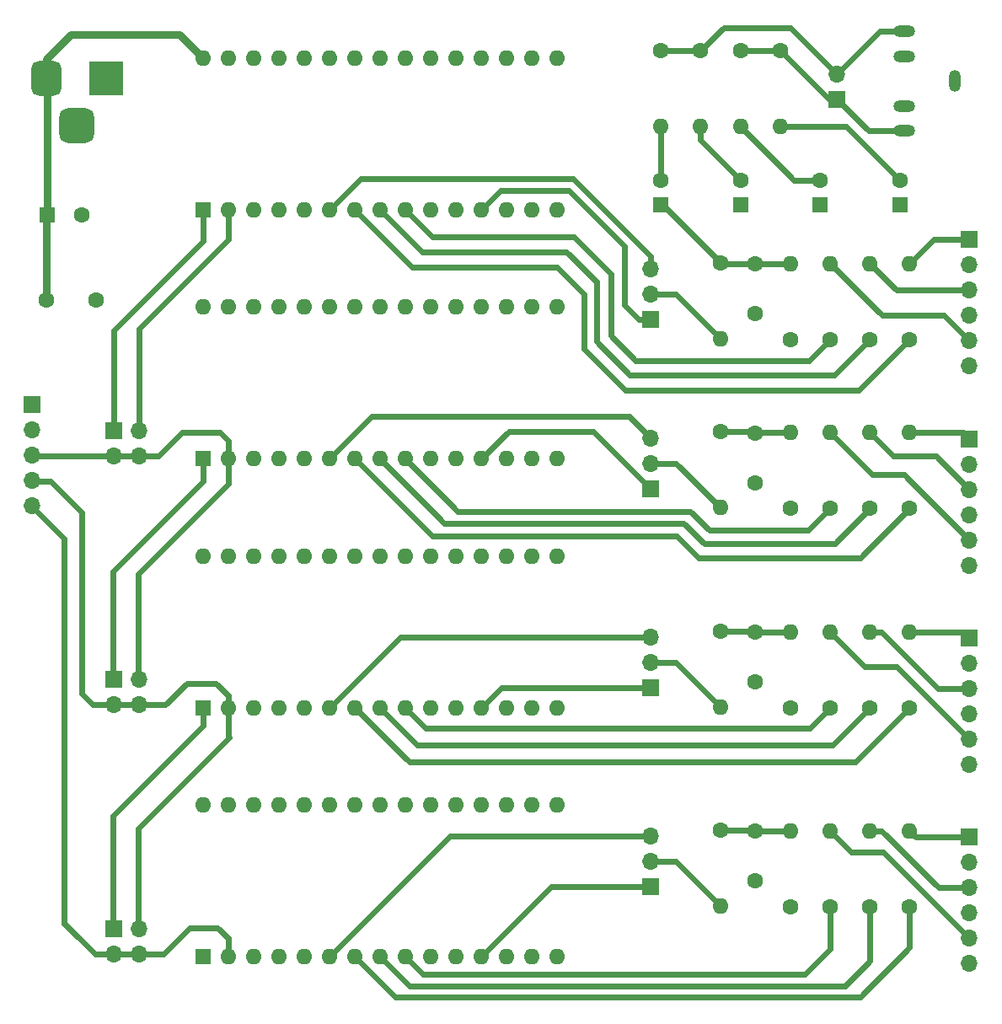
<source format=gbr>
%TF.GenerationSoftware,KiCad,Pcbnew,(6.0.5)*%
%TF.CreationDate,2022-10-27T12:03:09+01:00*%
%TF.ProjectId,NanoMultiTone,4e616e6f-4d75-46c7-9469-546f6e652e6b,rev?*%
%TF.SameCoordinates,Original*%
%TF.FileFunction,Copper,L1,Top*%
%TF.FilePolarity,Positive*%
%FSLAX46Y46*%
G04 Gerber Fmt 4.6, Leading zero omitted, Abs format (unit mm)*
G04 Created by KiCad (PCBNEW (6.0.5)) date 2022-10-27 12:03:09*
%MOMM*%
%LPD*%
G01*
G04 APERTURE LIST*
G04 Aperture macros list*
%AMRoundRect*
0 Rectangle with rounded corners*
0 $1 Rounding radius*
0 $2 $3 $4 $5 $6 $7 $8 $9 X,Y pos of 4 corners*
0 Add a 4 corners polygon primitive as box body*
4,1,4,$2,$3,$4,$5,$6,$7,$8,$9,$2,$3,0*
0 Add four circle primitives for the rounded corners*
1,1,$1+$1,$2,$3*
1,1,$1+$1,$4,$5*
1,1,$1+$1,$6,$7*
1,1,$1+$1,$8,$9*
0 Add four rect primitives between the rounded corners*
20,1,$1+$1,$2,$3,$4,$5,0*
20,1,$1+$1,$4,$5,$6,$7,0*
20,1,$1+$1,$6,$7,$8,$9,0*
20,1,$1+$1,$8,$9,$2,$3,0*%
G04 Aperture macros list end*
%TA.AperFunction,ComponentPad*%
%ADD10C,1.600000*%
%TD*%
%TA.AperFunction,ComponentPad*%
%ADD11O,1.600000X1.600000*%
%TD*%
%TA.AperFunction,ComponentPad*%
%ADD12R,1.700000X1.700000*%
%TD*%
%TA.AperFunction,ComponentPad*%
%ADD13O,1.700000X1.700000*%
%TD*%
%TA.AperFunction,ComponentPad*%
%ADD14R,3.500000X3.500000*%
%TD*%
%TA.AperFunction,ComponentPad*%
%ADD15RoundRect,0.750000X-0.750000X-1.000000X0.750000X-1.000000X0.750000X1.000000X-0.750000X1.000000X0*%
%TD*%
%TA.AperFunction,ComponentPad*%
%ADD16RoundRect,0.875000X-0.875000X-0.875000X0.875000X-0.875000X0.875000X0.875000X-0.875000X0.875000X0*%
%TD*%
%TA.AperFunction,ComponentPad*%
%ADD17R,1.600000X1.600000*%
%TD*%
%TA.AperFunction,ComponentPad*%
%ADD18O,2.200000X1.200000*%
%TD*%
%TA.AperFunction,ComponentPad*%
%ADD19O,1.200000X2.200000*%
%TD*%
%TA.AperFunction,Conductor*%
%ADD20C,0.600000*%
%TD*%
%TA.AperFunction,Conductor*%
%ADD21C,0.800000*%
%TD*%
G04 APERTURE END LIST*
D10*
%TO.P,R17,1*%
%TO.N,GND*%
X129000000Y-83000000D03*
D11*
%TO.P,R17,2*%
%TO.N,Net-(C3-Pad1)*%
X129000000Y-75380000D03*
%TD*%
D10*
%TO.P,R9,1*%
%TO.N,/C_TONE_3*%
X133000000Y-120000000D03*
D11*
%TO.P,R9,2*%
%TO.N,Net-(J8-Pad5)*%
X133000000Y-112380000D03*
%TD*%
D12*
%TO.P,J6,1,Pin_1*%
%TO.N,Net-(J6-Pad1)*%
X147000000Y-73000000D03*
D13*
%TO.P,J6,2,Pin_2*%
%TO.N,GND*%
X147000000Y-75540000D03*
%TO.P,J6,3,Pin_3*%
%TO.N,Net-(J6-Pad3)*%
X147000000Y-78080000D03*
%TO.P,J6,4,Pin_4*%
%TO.N,GND*%
X147000000Y-80620000D03*
%TO.P,J6,5,Pin_5*%
%TO.N,Net-(J6-Pad5)*%
X147000000Y-83160000D03*
%TO.P,J6,6,Pin_6*%
%TO.N,GND*%
X147000000Y-85700000D03*
%TD*%
D10*
%TO.P,R2,1*%
%TO.N,/A_TONE_2*%
X137000000Y-83000000D03*
D11*
%TO.P,R2,2*%
%TO.N,Net-(J6-Pad3)*%
X137000000Y-75380000D03*
%TD*%
D10*
%TO.P,R11,1*%
%TO.N,/D_TONE_2*%
X137000000Y-140000000D03*
D11*
%TO.P,R11,2*%
%TO.N,Net-(J9-Pad3)*%
X137000000Y-132380000D03*
%TD*%
D10*
%TO.P,R4,1*%
%TO.N,/B_TONE_1*%
X141000000Y-100000000D03*
D11*
%TO.P,R4,2*%
%TO.N,Net-(J7-Pad1)*%
X141000000Y-92380000D03*
%TD*%
D14*
%TO.P,J2,1*%
%TO.N,GND*%
X60300000Y-56812500D03*
D15*
%TO.P,J2,2*%
%TO.N,VDD*%
X54300000Y-56812500D03*
D16*
%TO.P,J2,3*%
%TO.N,N/C*%
X57300000Y-61512500D03*
%TD*%
D10*
%TO.P,R7,1*%
%TO.N,/C_TONE_1*%
X141000000Y-120000000D03*
D11*
%TO.P,R7,2*%
%TO.N,Net-(J8-Pad1)*%
X141000000Y-112380000D03*
%TD*%
D10*
%TO.P,R1,1*%
%TO.N,/A_TONE_1*%
X141000000Y-83000000D03*
D11*
%TO.P,R1,2*%
%TO.N,Net-(J6-Pad1)*%
X141000000Y-75380000D03*
%TD*%
D10*
%TO.P,R13,1*%
%TO.N,Net-(C3-Pad1)*%
X122000000Y-75300000D03*
D11*
%TO.P,R13,2*%
%TO.N,Net-(J10-Pad2)*%
X122000000Y-82920000D03*
%TD*%
D10*
%TO.P,R12,1*%
%TO.N,/D_TONE_3*%
X133000000Y-140000000D03*
D11*
%TO.P,R12,2*%
%TO.N,Net-(J9-Pad5)*%
X133000000Y-132380000D03*
%TD*%
D12*
%TO.P,J3,1,Pin_1*%
%TO.N,/A_TX*%
X61000000Y-92145000D03*
D13*
%TO.P,J3,2,Pin_2*%
%TO.N,/A_RX*%
X63540000Y-92145000D03*
%TO.P,J3,3,Pin_3*%
%TO.N,/B_RX*%
X61000000Y-94685000D03*
%TO.P,J3,4,Pin_4*%
X63540000Y-94685000D03*
%TD*%
D12*
%TO.P,J11,1,Pin_1*%
%TO.N,/B_PWM_2*%
X115000000Y-98000000D03*
D13*
%TO.P,J11,2,Pin_2*%
%TO.N,Net-(J11-Pad2)*%
X115000000Y-95460000D03*
%TO.P,J11,3,Pin_3*%
%TO.N,/B_PWM_1*%
X115000000Y-92920000D03*
%TD*%
D10*
%TO.P,R20,1*%
%TO.N,GND*%
X129000000Y-140000000D03*
D11*
%TO.P,R20,2*%
%TO.N,Net-(C10-Pad1)*%
X129000000Y-132380000D03*
%TD*%
D17*
%TO.P,C1,1*%
%TO.N,VDD*%
X54337349Y-70540000D03*
D10*
%TO.P,C1,2*%
%TO.N,GND*%
X57837349Y-70540000D03*
%TD*%
%TO.P,R6,1*%
%TO.N,/B_TONE_3*%
X133000000Y-100000000D03*
D11*
%TO.P,R6,2*%
%TO.N,Net-(J7-Pad5)*%
X133000000Y-92380000D03*
%TD*%
D10*
%TO.P,R21,1*%
%TO.N,Net-(J14-Pad2)*%
X116000000Y-54000000D03*
D11*
%TO.P,R21,2*%
%TO.N,/A_AU*%
X116000000Y-61620000D03*
%TD*%
D18*
%TO.P,J15,R*%
%TO.N,Net-(J14-Pad1)*%
X140490000Y-62080000D03*
%TO.P,J15,RN*%
%TO.N,N/C*%
X140490000Y-59580000D03*
D19*
%TO.P,J15,S*%
%TO.N,GND*%
X145490000Y-57080000D03*
D18*
%TO.P,J15,T*%
%TO.N,Net-(J14-Pad2)*%
X140490000Y-52080000D03*
%TO.P,J15,TN*%
%TO.N,N/C*%
X140490000Y-54580000D03*
%TD*%
D10*
%TO.P,R3,1*%
%TO.N,/A_TONE_3*%
X133000000Y-83000000D03*
D11*
%TO.P,R3,2*%
%TO.N,Net-(J6-Pad5)*%
X133000000Y-75380000D03*
%TD*%
D17*
%TO.P,C8,1*%
%TO.N,Net-(C4-Pad1)*%
X124000000Y-69500000D03*
D10*
%TO.P,C8,2*%
%TO.N,/B_AU*%
X124000000Y-67000000D03*
%TD*%
%TO.P,R14,1*%
%TO.N,Net-(C4-Pad1)*%
X122000000Y-92300000D03*
D11*
%TO.P,R14,2*%
%TO.N,Net-(J11-Pad2)*%
X122000000Y-99920000D03*
%TD*%
D12*
%TO.P,J5,1,Pin_1*%
%TO.N,/C_TX*%
X61000000Y-142245000D03*
D13*
%TO.P,J5,2,Pin_2*%
%TO.N,/C_RX*%
X63540000Y-142245000D03*
%TO.P,J5,3,Pin_3*%
%TO.N,/D_RX*%
X61000000Y-144785000D03*
%TO.P,J5,4,Pin_4*%
X63540000Y-144785000D03*
%TD*%
D10*
%TO.P,R22,1*%
%TO.N,Net-(J14-Pad2)*%
X120000000Y-54000000D03*
D11*
%TO.P,R22,2*%
%TO.N,/B_AU*%
X120000000Y-61620000D03*
%TD*%
D10*
%TO.P,C3,1*%
%TO.N,Net-(C3-Pad1)*%
X125500000Y-75400000D03*
%TO.P,C3,2*%
%TO.N,GND*%
X125500000Y-80400000D03*
%TD*%
D17*
%TO.P,C9,1*%
%TO.N,Net-(C5-Pad1)*%
X132000000Y-69500000D03*
D10*
%TO.P,C9,2*%
%TO.N,/C_AU*%
X132000000Y-67000000D03*
%TD*%
%TO.P,R15,1*%
%TO.N,Net-(C5-Pad1)*%
X122000000Y-112300000D03*
D11*
%TO.P,R15,2*%
%TO.N,Net-(J12-Pad2)*%
X122000000Y-119920000D03*
%TD*%
D10*
%TO.P,R8,1*%
%TO.N,/C_TONE_2*%
X137000000Y-120000000D03*
D11*
%TO.P,R8,2*%
%TO.N,Net-(J8-Pad3)*%
X137000000Y-112380000D03*
%TD*%
D10*
%TO.P,R10,1*%
%TO.N,/D_TONE_1*%
X141000000Y-140000000D03*
D11*
%TO.P,R10,2*%
%TO.N,Net-(J9-Pad1)*%
X141000000Y-132380000D03*
%TD*%
D10*
%TO.P,R5,1*%
%TO.N,/B_TONE_2*%
X137000000Y-100000000D03*
D11*
%TO.P,R5,2*%
%TO.N,Net-(J7-Pad3)*%
X137000000Y-92380000D03*
%TD*%
D10*
%TO.P,C4,1*%
%TO.N,Net-(C4-Pad1)*%
X125500000Y-92400000D03*
%TO.P,C4,2*%
%TO.N,GND*%
X125500000Y-97400000D03*
%TD*%
D17*
%TO.P,C7,1*%
%TO.N,Net-(C3-Pad1)*%
X116000000Y-69500000D03*
D10*
%TO.P,C7,2*%
%TO.N,/A_AU*%
X116000000Y-67000000D03*
%TD*%
D12*
%TO.P,J10,1,Pin_1*%
%TO.N,/A_PWM_2*%
X115000000Y-81000000D03*
D13*
%TO.P,J10,2,Pin_2*%
%TO.N,Net-(J10-Pad2)*%
X115000000Y-78460000D03*
%TO.P,J10,3,Pin_3*%
%TO.N,/A_PWM_1*%
X115000000Y-75920000D03*
%TD*%
D17*
%TO.P,A3,1,D1/TX*%
%TO.N,/C_TX*%
X70000000Y-120000000D03*
D11*
%TO.P,A3,2,D0/RX*%
%TO.N,/C_RX*%
X72540000Y-120000000D03*
%TO.P,A3,3,~{RESET}*%
%TO.N,unconnected-(A3-Pad3)*%
X75080000Y-120000000D03*
%TO.P,A3,4,GND*%
%TO.N,GND*%
X77620000Y-120000000D03*
%TO.P,A3,5,D2*%
%TO.N,unconnected-(A3-Pad5)*%
X80160000Y-120000000D03*
%TO.P,A3,6,D3*%
%TO.N,/C_PWM_1*%
X82700000Y-120000000D03*
%TO.P,A3,7,D4*%
%TO.N,/C_TONE_1*%
X85240000Y-120000000D03*
%TO.P,A3,8,D5*%
%TO.N,/C_TONE_2*%
X87780000Y-120000000D03*
%TO.P,A3,9,D6*%
%TO.N,/C_TONE_3*%
X90320000Y-120000000D03*
%TO.P,A3,10,D7*%
%TO.N,unconnected-(A3-Pad10)*%
X92860000Y-120000000D03*
%TO.P,A3,11,D8*%
%TO.N,unconnected-(A3-Pad11)*%
X95400000Y-120000000D03*
%TO.P,A3,12,D9*%
%TO.N,/C_PWM_2*%
X97940000Y-120000000D03*
%TO.P,A3,13,D10*%
%TO.N,unconnected-(A3-Pad13)*%
X100480000Y-120000000D03*
%TO.P,A3,14,D11*%
%TO.N,unconnected-(A3-Pad14)*%
X103020000Y-120000000D03*
%TO.P,A3,15,D12*%
%TO.N,unconnected-(A3-Pad15)*%
X105560000Y-120000000D03*
%TO.P,A3,16,D13*%
%TO.N,unconnected-(A3-Pad16)*%
X105560000Y-104760000D03*
%TO.P,A3,17,3V3*%
%TO.N,unconnected-(A3-Pad17)*%
X103020000Y-104760000D03*
%TO.P,A3,18,AREF*%
%TO.N,unconnected-(A3-Pad18)*%
X100480000Y-104760000D03*
%TO.P,A3,19,A0*%
%TO.N,unconnected-(A3-Pad19)*%
X97940000Y-104760000D03*
%TO.P,A3,20,A1*%
%TO.N,unconnected-(A3-Pad20)*%
X95400000Y-104760000D03*
%TO.P,A3,21,A2*%
%TO.N,unconnected-(A3-Pad21)*%
X92860000Y-104760000D03*
%TO.P,A3,22,A3*%
%TO.N,unconnected-(A3-Pad22)*%
X90320000Y-104760000D03*
%TO.P,A3,23,A4*%
%TO.N,unconnected-(A3-Pad23)*%
X87780000Y-104760000D03*
%TO.P,A3,24,A5*%
%TO.N,unconnected-(A3-Pad24)*%
X85240000Y-104760000D03*
%TO.P,A3,25,A6*%
%TO.N,unconnected-(A3-Pad25)*%
X82700000Y-104760000D03*
%TO.P,A3,26,A7*%
%TO.N,unconnected-(A3-Pad26)*%
X80160000Y-104760000D03*
%TO.P,A3,27,+5V*%
%TO.N,unconnected-(A3-Pad27)*%
X77620000Y-104760000D03*
%TO.P,A3,28,~{RESET}*%
%TO.N,unconnected-(A3-Pad28)*%
X75080000Y-104760000D03*
%TO.P,A3,29,GND*%
%TO.N,GND*%
X72540000Y-104760000D03*
%TO.P,A3,30,VIN*%
%TO.N,VDD*%
X70000000Y-104760000D03*
%TD*%
D17*
%TO.P,C10,1*%
%TO.N,Net-(C10-Pad1)*%
X140000000Y-69500000D03*
D10*
%TO.P,C10,2*%
%TO.N,/D_AU*%
X140000000Y-67000000D03*
%TD*%
D12*
%TO.P,J1,1,Pin_1*%
%TO.N,GND*%
X52850000Y-89585000D03*
D13*
%TO.P,J1,2,Pin_2*%
%TO.N,/A_RX*%
X52850000Y-92125000D03*
%TO.P,J1,3,Pin_3*%
%TO.N,/B_RX*%
X52850000Y-94665000D03*
%TO.P,J1,4,Pin_4*%
%TO.N,/C_RX*%
X52850000Y-97205000D03*
%TO.P,J1,5,Pin_5*%
%TO.N,/D_RX*%
X52850000Y-99745000D03*
%TD*%
D12*
%TO.P,J8,1,Pin_1*%
%TO.N,Net-(J8-Pad1)*%
X147000000Y-113000000D03*
D13*
%TO.P,J8,2,Pin_2*%
%TO.N,GND*%
X147000000Y-115540000D03*
%TO.P,J8,3,Pin_3*%
%TO.N,Net-(J8-Pad3)*%
X147000000Y-118080000D03*
%TO.P,J8,4,Pin_4*%
%TO.N,GND*%
X147000000Y-120620000D03*
%TO.P,J8,5,Pin_5*%
%TO.N,Net-(J8-Pad5)*%
X147000000Y-123160000D03*
%TO.P,J8,6,Pin_6*%
%TO.N,GND*%
X147000000Y-125700000D03*
%TD*%
D12*
%TO.P,J12,1,Pin_1*%
%TO.N,/C_PWM_2*%
X115000000Y-118000000D03*
D13*
%TO.P,J12,2,Pin_2*%
%TO.N,Net-(J12-Pad2)*%
X115000000Y-115460000D03*
%TO.P,J12,3,Pin_3*%
%TO.N,/C_PWM_1*%
X115000000Y-112920000D03*
%TD*%
D12*
%TO.P,J7,1,Pin_1*%
%TO.N,Net-(J7-Pad1)*%
X147000000Y-93000000D03*
D13*
%TO.P,J7,2,Pin_2*%
%TO.N,GND*%
X147000000Y-95540000D03*
%TO.P,J7,3,Pin_3*%
%TO.N,Net-(J7-Pad3)*%
X147000000Y-98080000D03*
%TO.P,J7,4,Pin_4*%
%TO.N,GND*%
X147000000Y-100620000D03*
%TO.P,J7,5,Pin_5*%
%TO.N,Net-(J7-Pad5)*%
X147000000Y-103160000D03*
%TO.P,J7,6,Pin_6*%
%TO.N,GND*%
X147000000Y-105700000D03*
%TD*%
D17*
%TO.P,A1,1,D1/TX*%
%TO.N,/A_TX*%
X70000000Y-70000000D03*
D11*
%TO.P,A1,2,D0/RX*%
%TO.N,/A_RX*%
X72540000Y-70000000D03*
%TO.P,A1,3,~{RESET}*%
%TO.N,unconnected-(A1-Pad3)*%
X75080000Y-70000000D03*
%TO.P,A1,4,GND*%
%TO.N,GND*%
X77620000Y-70000000D03*
%TO.P,A1,5,D2*%
%TO.N,unconnected-(A1-Pad5)*%
X80160000Y-70000000D03*
%TO.P,A1,6,D3*%
%TO.N,/A_PWM_1*%
X82700000Y-70000000D03*
%TO.P,A1,7,D4*%
%TO.N,/A_TONE_1*%
X85240000Y-70000000D03*
%TO.P,A1,8,D5*%
%TO.N,/A_TONE_2*%
X87780000Y-70000000D03*
%TO.P,A1,9,D6*%
%TO.N,/A_TONE_3*%
X90320000Y-70000000D03*
%TO.P,A1,10,D7*%
%TO.N,unconnected-(A1-Pad10)*%
X92860000Y-70000000D03*
%TO.P,A1,11,D8*%
%TO.N,unconnected-(A1-Pad11)*%
X95400000Y-70000000D03*
%TO.P,A1,12,D9*%
%TO.N,/A_PWM_2*%
X97940000Y-70000000D03*
%TO.P,A1,13,D10*%
%TO.N,unconnected-(A1-Pad13)*%
X100480000Y-70000000D03*
%TO.P,A1,14,D11*%
%TO.N,unconnected-(A1-Pad14)*%
X103020000Y-70000000D03*
%TO.P,A1,15,D12*%
%TO.N,unconnected-(A1-Pad15)*%
X105560000Y-70000000D03*
%TO.P,A1,16,D13*%
%TO.N,unconnected-(A1-Pad16)*%
X105560000Y-54760000D03*
%TO.P,A1,17,3V3*%
%TO.N,unconnected-(A1-Pad17)*%
X103020000Y-54760000D03*
%TO.P,A1,18,AREF*%
%TO.N,unconnected-(A1-Pad18)*%
X100480000Y-54760000D03*
%TO.P,A1,19,A0*%
%TO.N,unconnected-(A1-Pad19)*%
X97940000Y-54760000D03*
%TO.P,A1,20,A1*%
%TO.N,unconnected-(A1-Pad20)*%
X95400000Y-54760000D03*
%TO.P,A1,21,A2*%
%TO.N,unconnected-(A1-Pad21)*%
X92860000Y-54760000D03*
%TO.P,A1,22,A3*%
%TO.N,unconnected-(A1-Pad22)*%
X90320000Y-54760000D03*
%TO.P,A1,23,A4*%
%TO.N,unconnected-(A1-Pad23)*%
X87780000Y-54760000D03*
%TO.P,A1,24,A5*%
%TO.N,unconnected-(A1-Pad24)*%
X85240000Y-54760000D03*
%TO.P,A1,25,A6*%
%TO.N,unconnected-(A1-Pad25)*%
X82700000Y-54760000D03*
%TO.P,A1,26,A7*%
%TO.N,unconnected-(A1-Pad26)*%
X80160000Y-54760000D03*
%TO.P,A1,27,+5V*%
%TO.N,unconnected-(A1-Pad27)*%
X77620000Y-54760000D03*
%TO.P,A1,28,~{RESET}*%
%TO.N,unconnected-(A1-Pad28)*%
X75080000Y-54760000D03*
%TO.P,A1,29,GND*%
%TO.N,GND*%
X72540000Y-54760000D03*
%TO.P,A1,30,VIN*%
%TO.N,VDD*%
X70000000Y-54760000D03*
%TD*%
D17*
%TO.P,A2,1,D1/TX*%
%TO.N,/B_TX*%
X70000000Y-95000000D03*
D11*
%TO.P,A2,2,D0/RX*%
%TO.N,/B_RX*%
X72540000Y-95000000D03*
%TO.P,A2,3,~{RESET}*%
%TO.N,unconnected-(A2-Pad3)*%
X75080000Y-95000000D03*
%TO.P,A2,4,GND*%
%TO.N,GND*%
X77620000Y-95000000D03*
%TO.P,A2,5,D2*%
%TO.N,unconnected-(A2-Pad5)*%
X80160000Y-95000000D03*
%TO.P,A2,6,D3*%
%TO.N,/B_PWM_1*%
X82700000Y-95000000D03*
%TO.P,A2,7,D4*%
%TO.N,/B_TONE_1*%
X85240000Y-95000000D03*
%TO.P,A2,8,D5*%
%TO.N,/B_TONE_2*%
X87780000Y-95000000D03*
%TO.P,A2,9,D6*%
%TO.N,/B_TONE_3*%
X90320000Y-95000000D03*
%TO.P,A2,10,D7*%
%TO.N,unconnected-(A2-Pad10)*%
X92860000Y-95000000D03*
%TO.P,A2,11,D8*%
%TO.N,unconnected-(A2-Pad11)*%
X95400000Y-95000000D03*
%TO.P,A2,12,D9*%
%TO.N,/B_PWM_2*%
X97940000Y-95000000D03*
%TO.P,A2,13,D10*%
%TO.N,unconnected-(A2-Pad13)*%
X100480000Y-95000000D03*
%TO.P,A2,14,D11*%
%TO.N,unconnected-(A2-Pad14)*%
X103020000Y-95000000D03*
%TO.P,A2,15,D12*%
%TO.N,unconnected-(A2-Pad15)*%
X105560000Y-95000000D03*
%TO.P,A2,16,D13*%
%TO.N,unconnected-(A2-Pad16)*%
X105560000Y-79760000D03*
%TO.P,A2,17,3V3*%
%TO.N,unconnected-(A2-Pad17)*%
X103020000Y-79760000D03*
%TO.P,A2,18,AREF*%
%TO.N,unconnected-(A2-Pad18)*%
X100480000Y-79760000D03*
%TO.P,A2,19,A0*%
%TO.N,unconnected-(A2-Pad19)*%
X97940000Y-79760000D03*
%TO.P,A2,20,A1*%
%TO.N,unconnected-(A2-Pad20)*%
X95400000Y-79760000D03*
%TO.P,A2,21,A2*%
%TO.N,unconnected-(A2-Pad21)*%
X92860000Y-79760000D03*
%TO.P,A2,22,A3*%
%TO.N,unconnected-(A2-Pad22)*%
X90320000Y-79760000D03*
%TO.P,A2,23,A4*%
%TO.N,unconnected-(A2-Pad23)*%
X87780000Y-79760000D03*
%TO.P,A2,24,A5*%
%TO.N,unconnected-(A2-Pad24)*%
X85240000Y-79760000D03*
%TO.P,A2,25,A6*%
%TO.N,unconnected-(A2-Pad25)*%
X82700000Y-79760000D03*
%TO.P,A2,26,A7*%
%TO.N,unconnected-(A2-Pad26)*%
X80160000Y-79760000D03*
%TO.P,A2,27,+5V*%
%TO.N,unconnected-(A2-Pad27)*%
X77620000Y-79760000D03*
%TO.P,A2,28,~{RESET}*%
%TO.N,unconnected-(A2-Pad28)*%
X75080000Y-79760000D03*
%TO.P,A2,29,GND*%
%TO.N,GND*%
X72540000Y-79760000D03*
%TO.P,A2,30,VIN*%
%TO.N,VDD*%
X70000000Y-79760000D03*
%TD*%
D10*
%TO.P,C6,1*%
%TO.N,Net-(C10-Pad1)*%
X125500000Y-132400000D03*
%TO.P,C6,2*%
%TO.N,GND*%
X125500000Y-137400000D03*
%TD*%
D17*
%TO.P,A4,1,D1/TX*%
%TO.N,/D_TX*%
X70000000Y-145000000D03*
D11*
%TO.P,A4,2,D0/RX*%
%TO.N,/D_RX*%
X72540000Y-145000000D03*
%TO.P,A4,3,~{RESET}*%
%TO.N,unconnected-(A4-Pad3)*%
X75080000Y-145000000D03*
%TO.P,A4,4,GND*%
%TO.N,GND*%
X77620000Y-145000000D03*
%TO.P,A4,5,D2*%
%TO.N,unconnected-(A4-Pad5)*%
X80160000Y-145000000D03*
%TO.P,A4,6,D3*%
%TO.N,/D_PWM_1*%
X82700000Y-145000000D03*
%TO.P,A4,7,D4*%
%TO.N,/D_TONE_1*%
X85240000Y-145000000D03*
%TO.P,A4,8,D5*%
%TO.N,/D_TONE_2*%
X87780000Y-145000000D03*
%TO.P,A4,9,D6*%
%TO.N,/D_TONE_3*%
X90320000Y-145000000D03*
%TO.P,A4,10,D7*%
%TO.N,unconnected-(A4-Pad10)*%
X92860000Y-145000000D03*
%TO.P,A4,11,D8*%
%TO.N,unconnected-(A4-Pad11)*%
X95400000Y-145000000D03*
%TO.P,A4,12,D9*%
%TO.N,/D_PWM_2*%
X97940000Y-145000000D03*
%TO.P,A4,13,D10*%
%TO.N,unconnected-(A4-Pad13)*%
X100480000Y-145000000D03*
%TO.P,A4,14,D11*%
%TO.N,unconnected-(A4-Pad14)*%
X103020000Y-145000000D03*
%TO.P,A4,15,D12*%
%TO.N,unconnected-(A4-Pad15)*%
X105560000Y-145000000D03*
%TO.P,A4,16,D13*%
%TO.N,unconnected-(A4-Pad16)*%
X105560000Y-129760000D03*
%TO.P,A4,17,3V3*%
%TO.N,unconnected-(A4-Pad17)*%
X103020000Y-129760000D03*
%TO.P,A4,18,AREF*%
%TO.N,unconnected-(A4-Pad18)*%
X100480000Y-129760000D03*
%TO.P,A4,19,A0*%
%TO.N,unconnected-(A4-Pad19)*%
X97940000Y-129760000D03*
%TO.P,A4,20,A1*%
%TO.N,unconnected-(A4-Pad20)*%
X95400000Y-129760000D03*
%TO.P,A4,21,A2*%
%TO.N,unconnected-(A4-Pad21)*%
X92860000Y-129760000D03*
%TO.P,A4,22,A3*%
%TO.N,unconnected-(A4-Pad22)*%
X90320000Y-129760000D03*
%TO.P,A4,23,A4*%
%TO.N,unconnected-(A4-Pad23)*%
X87780000Y-129760000D03*
%TO.P,A4,24,A5*%
%TO.N,unconnected-(A4-Pad24)*%
X85240000Y-129760000D03*
%TO.P,A4,25,A6*%
%TO.N,unconnected-(A4-Pad25)*%
X82700000Y-129760000D03*
%TO.P,A4,26,A7*%
%TO.N,unconnected-(A4-Pad26)*%
X80160000Y-129760000D03*
%TO.P,A4,27,+5V*%
%TO.N,unconnected-(A4-Pad27)*%
X77620000Y-129760000D03*
%TO.P,A4,28,~{RESET}*%
%TO.N,unconnected-(A4-Pad28)*%
X75080000Y-129760000D03*
%TO.P,A4,29,GND*%
%TO.N,GND*%
X72540000Y-129760000D03*
%TO.P,A4,30,VIN*%
%TO.N,VDD*%
X70000000Y-129760000D03*
%TD*%
D12*
%TO.P,J9,1,Pin_1*%
%TO.N,Net-(J9-Pad1)*%
X147000000Y-133000000D03*
D13*
%TO.P,J9,2,Pin_2*%
%TO.N,GND*%
X147000000Y-135540000D03*
%TO.P,J9,3,Pin_3*%
%TO.N,Net-(J9-Pad3)*%
X147000000Y-138080000D03*
%TO.P,J9,4,Pin_4*%
%TO.N,GND*%
X147000000Y-140620000D03*
%TO.P,J9,5,Pin_5*%
%TO.N,Net-(J9-Pad5)*%
X147000000Y-143160000D03*
%TO.P,J9,6,Pin_6*%
%TO.N,GND*%
X147000000Y-145700000D03*
%TD*%
D12*
%TO.P,J13,1,Pin_1*%
%TO.N,/D_PWM_2*%
X115000000Y-138000000D03*
D13*
%TO.P,J13,2,Pin_2*%
%TO.N,Net-(J13-Pad2)*%
X115000000Y-135460000D03*
%TO.P,J13,3,Pin_3*%
%TO.N,/D_PWM_1*%
X115000000Y-132920000D03*
%TD*%
D12*
%TO.P,J4,1,Pin_1*%
%TO.N,/B_TX*%
X61000000Y-117185000D03*
D13*
%TO.P,J4,2,Pin_2*%
%TO.N,/B_RX*%
X63540000Y-117185000D03*
%TO.P,J4,3,Pin_3*%
%TO.N,/C_RX*%
X61000000Y-119725000D03*
%TO.P,J4,4,Pin_4*%
X63540000Y-119725000D03*
%TD*%
D10*
%TO.P,R18,1*%
%TO.N,GND*%
X129000000Y-100000000D03*
D11*
%TO.P,R18,2*%
%TO.N,Net-(C4-Pad1)*%
X129000000Y-92380000D03*
%TD*%
D10*
%TO.P,R16,1*%
%TO.N,Net-(C10-Pad1)*%
X122000000Y-132300000D03*
D11*
%TO.P,R16,2*%
%TO.N,Net-(J13-Pad2)*%
X122000000Y-139920000D03*
%TD*%
D10*
%TO.P,R19,1*%
%TO.N,GND*%
X129000000Y-120000000D03*
D11*
%TO.P,R19,2*%
%TO.N,Net-(C5-Pad1)*%
X129000000Y-112380000D03*
%TD*%
D10*
%TO.P,C5,1*%
%TO.N,Net-(C5-Pad1)*%
X125500000Y-112400000D03*
%TO.P,C5,2*%
%TO.N,GND*%
X125500000Y-117400000D03*
%TD*%
%TO.P,R23,1*%
%TO.N,Net-(J14-Pad1)*%
X124000000Y-54000000D03*
D11*
%TO.P,R23,2*%
%TO.N,/C_AU*%
X124000000Y-61620000D03*
%TD*%
D10*
%TO.P,R24,1*%
%TO.N,Net-(J14-Pad1)*%
X128000000Y-54000000D03*
D11*
%TO.P,R24,2*%
%TO.N,/D_AU*%
X128000000Y-61620000D03*
%TD*%
D10*
%TO.P,C2,1*%
%TO.N,VDD*%
X54280000Y-79080000D03*
%TO.P,C2,2*%
%TO.N,GND*%
X59280000Y-79080000D03*
%TD*%
D12*
%TO.P,J14,1,Pin_1*%
%TO.N,Net-(J14-Pad1)*%
X133710000Y-58925000D03*
D13*
%TO.P,J14,2,Pin_2*%
%TO.N,Net-(J14-Pad2)*%
X133710000Y-56385000D03*
%TD*%
D20*
%TO.N,/A_TX*%
X70000000Y-73090000D02*
X70000000Y-70000000D01*
X61035000Y-92145000D02*
X61035000Y-82095000D01*
X70020000Y-73110000D02*
X70000000Y-73090000D01*
X61035000Y-82095000D02*
X70020000Y-73110000D01*
%TO.N,/A_RX*%
X63575000Y-81945000D02*
X72540000Y-72980000D01*
X63575000Y-92145000D02*
X63575000Y-81945000D01*
X72540000Y-72980000D02*
X72540000Y-70000000D01*
%TO.N,/A_PWM_1*%
X107200000Y-66830000D02*
X115000000Y-74630000D01*
X85870000Y-66830000D02*
X107200000Y-66830000D01*
X82700000Y-70000000D02*
X85870000Y-66830000D01*
X115000000Y-74630000D02*
X115000000Y-75920000D01*
%TO.N,/A_TONE_1*%
X135910000Y-88090000D02*
X141000000Y-83000000D01*
X112390000Y-88090000D02*
X135910000Y-88090000D01*
X105550000Y-75760000D02*
X108290000Y-78500000D01*
X91000000Y-75760000D02*
X105550000Y-75760000D01*
X85240000Y-70000000D02*
X91000000Y-75760000D01*
X108290000Y-78500000D02*
X108290000Y-83990000D01*
X108290000Y-83990000D02*
X112390000Y-88090000D01*
%TO.N,/A_TONE_2*%
X91990000Y-74210000D02*
X106540000Y-74210000D01*
X109540000Y-83250000D02*
X112880000Y-86590000D01*
X112880000Y-86590000D02*
X133410000Y-86590000D01*
X106540000Y-74210000D02*
X109540000Y-77210000D01*
X133410000Y-86590000D02*
X137000000Y-83000000D01*
X109540000Y-77210000D02*
X109540000Y-83250000D01*
X87780000Y-70000000D02*
X91990000Y-74210000D01*
%TO.N,/A_TONE_3*%
X90320000Y-70000000D02*
X93030000Y-72710000D01*
X130860000Y-85140000D02*
X133000000Y-83000000D01*
X110990000Y-76410000D02*
X110990000Y-82650000D01*
X110990000Y-82650000D02*
X113480000Y-85140000D01*
X107290000Y-72710000D02*
X110990000Y-76410000D01*
X113480000Y-85140000D02*
X130860000Y-85140000D01*
X93030000Y-72710000D02*
X107290000Y-72710000D01*
%TO.N,/A_PWM_2*%
X97940000Y-70000000D02*
X99870000Y-68070000D01*
X112340000Y-73660000D02*
X112340000Y-79550000D01*
X99870000Y-68070000D02*
X106750000Y-68070000D01*
X112340000Y-79550000D02*
X113790000Y-81000000D01*
X113790000Y-81000000D02*
X115000000Y-81000000D01*
X106750000Y-68070000D02*
X112340000Y-73660000D01*
%TO.N,/B_TX*%
X60965000Y-106325000D02*
X70000000Y-97290000D01*
X60965000Y-117185000D02*
X60965000Y-106325000D01*
X70000000Y-97290000D02*
X70000000Y-95000000D01*
%TO.N,/B_RX*%
X72540000Y-97520000D02*
X72540000Y-95000000D01*
X61010000Y-94710000D02*
X61035000Y-94685000D01*
X63575000Y-94685000D02*
X65495000Y-94685000D01*
X67850000Y-92330000D02*
X71660000Y-92330000D01*
X63505000Y-117185000D02*
X63505000Y-106555000D01*
X63505000Y-106555000D02*
X72540000Y-97520000D01*
X52820000Y-94710000D02*
X61010000Y-94710000D01*
X65495000Y-94685000D02*
X67850000Y-92330000D01*
X72540000Y-93210000D02*
X72540000Y-95000000D01*
X71660000Y-92330000D02*
X72540000Y-93210000D01*
X61035000Y-94685000D02*
X63575000Y-94685000D01*
%TO.N,/B_PWM_1*%
X112820000Y-90740000D02*
X86960000Y-90740000D01*
X115000000Y-92920000D02*
X112820000Y-90740000D01*
X86960000Y-90740000D02*
X82700000Y-95000000D01*
%TO.N,/B_TONE_1*%
X119790000Y-104980000D02*
X117580000Y-102770000D01*
X141000000Y-100000000D02*
X136020000Y-104980000D01*
X136020000Y-104980000D02*
X119790000Y-104980000D01*
X93010000Y-102770000D02*
X85240000Y-95000000D01*
X117580000Y-102770000D02*
X93010000Y-102770000D01*
%TO.N,/B_TONE_2*%
X120350000Y-103520000D02*
X133480000Y-103520000D01*
X133480000Y-103520000D02*
X137000000Y-100000000D01*
X87780000Y-95000000D02*
X94250000Y-101470000D01*
X118300000Y-101470000D02*
X120350000Y-103520000D01*
X94250000Y-101470000D02*
X118300000Y-101470000D01*
%TO.N,/B_TONE_3*%
X118970000Y-100270000D02*
X120880000Y-102180000D01*
X120880000Y-102180000D02*
X130820000Y-102180000D01*
X130820000Y-102180000D02*
X133000000Y-100000000D01*
X90320000Y-95000000D02*
X95590000Y-100270000D01*
X95590000Y-100270000D02*
X118970000Y-100270000D01*
%TO.N,/B_PWM_2*%
X97940000Y-95000000D02*
X100700000Y-92240000D01*
X100700000Y-92240000D02*
X109240000Y-92240000D01*
X109240000Y-92240000D02*
X115000000Y-98000000D01*
%TO.N,/C_TX*%
X60985000Y-130855000D02*
X70000000Y-121840000D01*
X60985000Y-142245000D02*
X60985000Y-130855000D01*
X70000000Y-121840000D02*
X70000000Y-120000000D01*
%TO.N,/C_RX*%
X72540000Y-122920000D02*
X72540000Y-120000000D01*
X72540000Y-118810000D02*
X72540000Y-120000000D01*
X71290000Y-117560000D02*
X72540000Y-118810000D01*
X66205000Y-119725000D02*
X68370000Y-117560000D01*
X58905000Y-119725000D02*
X60965000Y-119725000D01*
X60965000Y-119725000D02*
X63505000Y-119725000D01*
X63505000Y-119725000D02*
X66205000Y-119725000D01*
X54710000Y-97250000D02*
X57820000Y-100360000D01*
X72640000Y-123020000D02*
X72540000Y-122920000D01*
X68370000Y-117560000D02*
X71290000Y-117560000D01*
X63525000Y-142245000D02*
X63525000Y-132135000D01*
X57820000Y-100360000D02*
X57820000Y-118640000D01*
X63525000Y-132135000D02*
X72640000Y-123020000D01*
X57820000Y-118640000D02*
X58905000Y-119725000D01*
X52820000Y-97250000D02*
X54710000Y-97250000D01*
%TO.N,/C_PWM_1*%
X89780000Y-112920000D02*
X82700000Y-120000000D01*
X115000000Y-112920000D02*
X89780000Y-112920000D01*
%TO.N,/C_TONE_1*%
X135520000Y-125480000D02*
X141000000Y-120000000D01*
X85240000Y-120000000D02*
X90720000Y-125480000D01*
X90720000Y-125480000D02*
X135520000Y-125480000D01*
%TO.N,/C_TONE_2*%
X87780000Y-120000000D02*
X91510000Y-123730000D01*
X133270000Y-123730000D02*
X137000000Y-120000000D01*
X91510000Y-123730000D02*
X133270000Y-123730000D01*
%TO.N,/C_TONE_3*%
X92360000Y-122040000D02*
X130960000Y-122040000D01*
X130960000Y-122040000D02*
X133000000Y-120000000D01*
X90320000Y-120000000D02*
X92360000Y-122040000D01*
%TO.N,/C_PWM_2*%
X99940000Y-118000000D02*
X97940000Y-120000000D01*
X115000000Y-118000000D02*
X99940000Y-118000000D01*
%TO.N,/D_RX*%
X71480000Y-142120000D02*
X72540000Y-143180000D01*
X72540000Y-143180000D02*
X72540000Y-145000000D01*
X52820000Y-99790000D02*
X56080000Y-103050000D01*
X66015000Y-144785000D02*
X68680000Y-142120000D01*
X68680000Y-142120000D02*
X71480000Y-142120000D01*
X63525000Y-144785000D02*
X66015000Y-144785000D01*
X56080000Y-103050000D02*
X56080000Y-141690000D01*
X59175000Y-144785000D02*
X60985000Y-144785000D01*
X56080000Y-141690000D02*
X57580000Y-143190000D01*
X60985000Y-144785000D02*
X63525000Y-144785000D01*
X57580000Y-143190000D02*
X59175000Y-144785000D01*
%TO.N,/D_TONE_1*%
X85240000Y-145000000D02*
X89280000Y-149040000D01*
X141000000Y-144100000D02*
X141000000Y-140000000D01*
X89280000Y-149040000D02*
X136060000Y-149040000D01*
X136060000Y-149040000D02*
X141000000Y-144100000D01*
%TO.N,/D_TONE_2*%
X134520000Y-147940000D02*
X137000000Y-145460000D01*
X87780000Y-145000000D02*
X90720000Y-147940000D01*
X90720000Y-147940000D02*
X134520000Y-147940000D01*
X137000000Y-145460000D02*
X137000000Y-140000000D01*
%TO.N,/D_TONE_3*%
X90320000Y-145000000D02*
X92110000Y-146790000D01*
X133000000Y-144220000D02*
X133000000Y-140000000D01*
X92110000Y-146790000D02*
X130430000Y-146790000D01*
X130430000Y-146790000D02*
X133000000Y-144220000D01*
%TO.N,/D_PWM_2*%
X104940000Y-138000000D02*
X107390000Y-138000000D01*
X115000000Y-138000000D02*
X107390000Y-138000000D01*
X97940000Y-145000000D02*
X104940000Y-138000000D01*
%TO.N,Net-(J6-Pad1)*%
X143380000Y-73000000D02*
X141000000Y-75380000D01*
X147000000Y-73000000D02*
X143380000Y-73000000D01*
%TO.N,Net-(J7-Pad1)*%
X146380000Y-92380000D02*
X147000000Y-93000000D01*
X141000000Y-92380000D02*
X146380000Y-92380000D01*
%TO.N,Net-(J8-Pad1)*%
X146380000Y-112380000D02*
X147000000Y-113000000D01*
X141000000Y-112380000D02*
X146380000Y-112380000D01*
%TO.N,Net-(J6-Pad3)*%
X147000000Y-78080000D02*
X139700000Y-78080000D01*
X139700000Y-78080000D02*
X137000000Y-75380000D01*
%TO.N,Net-(J6-Pad5)*%
X144450000Y-80610000D02*
X147000000Y-83160000D01*
X133000000Y-75380000D02*
X138230000Y-80610000D01*
X138230000Y-80610000D02*
X144450000Y-80610000D01*
%TO.N,Net-(J7-Pad3)*%
X137000000Y-92380000D02*
X139380000Y-94760000D01*
X139380000Y-94760000D02*
X143680000Y-94760000D01*
X147000000Y-98080000D02*
X143680000Y-94760000D01*
%TO.N,Net-(J7-Pad5)*%
X140460000Y-96620000D02*
X137240000Y-96620000D01*
X137240000Y-96620000D02*
X133000000Y-92380000D01*
X147000000Y-103160000D02*
X140460000Y-96620000D01*
%TO.N,Net-(J8-Pad3)*%
X138140000Y-112380000D02*
X137000000Y-112380000D01*
X143840000Y-118080000D02*
X138140000Y-112380000D01*
X147000000Y-118080000D02*
X143840000Y-118080000D01*
%TO.N,Net-(J8-Pad5)*%
X136470000Y-115850000D02*
X133000000Y-112380000D01*
X139690000Y-115850000D02*
X136470000Y-115850000D01*
X147000000Y-123160000D02*
X139690000Y-115850000D01*
%TO.N,/A_AU*%
X116000000Y-67000000D02*
X116000000Y-61620000D01*
%TO.N,Net-(C3-Pad1)*%
X129000000Y-75380000D02*
X125520000Y-75380000D01*
X122100000Y-75400000D02*
X122000000Y-75300000D01*
X125500000Y-75400000D02*
X122100000Y-75400000D01*
X125520000Y-75380000D02*
X125500000Y-75400000D01*
X116200000Y-69500000D02*
X122000000Y-75300000D01*
X116000000Y-69500000D02*
X116200000Y-69500000D01*
%TO.N,Net-(C4-Pad1)*%
X125520000Y-92380000D02*
X125500000Y-92400000D01*
X122000000Y-92300000D02*
X125400000Y-92300000D01*
X125400000Y-92300000D02*
X125500000Y-92400000D01*
X129000000Y-92380000D02*
X125520000Y-92380000D01*
%TO.N,/B_AU*%
X120000000Y-63000000D02*
X124000000Y-67000000D01*
X120000000Y-61620000D02*
X120000000Y-63000000D01*
%TO.N,/C_AU*%
X124000000Y-61620000D02*
X129380000Y-67000000D01*
X129380000Y-67000000D02*
X132000000Y-67000000D01*
%TO.N,/D_AU*%
X134620000Y-61620000D02*
X140000000Y-67000000D01*
X128000000Y-61620000D02*
X134620000Y-61620000D01*
%TO.N,Net-(J10-Pad2)*%
X117540000Y-78460000D02*
X122000000Y-82920000D01*
X115000000Y-78460000D02*
X117540000Y-78460000D01*
%TO.N,Net-(J11-Pad2)*%
X117540000Y-95460000D02*
X122000000Y-99920000D01*
X115000000Y-95460000D02*
X117540000Y-95460000D01*
%TO.N,Net-(J12-Pad2)*%
X117540000Y-115460000D02*
X122000000Y-119920000D01*
X115000000Y-115460000D02*
X117540000Y-115460000D01*
%TO.N,/D_PWM_1*%
X94780000Y-132920000D02*
X95570000Y-132920000D01*
X82700000Y-145000000D02*
X94780000Y-132920000D01*
X115000000Y-132920000D02*
X95570000Y-132920000D01*
%TO.N,Net-(J14-Pad1)*%
X124000000Y-54000000D02*
X128000000Y-54000000D01*
X140490000Y-62080000D02*
X136865000Y-62080000D01*
X128000000Y-54000000D02*
X132925000Y-58925000D01*
X136865000Y-62080000D02*
X133710000Y-58925000D01*
X132925000Y-58925000D02*
X133710000Y-58925000D01*
%TO.N,Net-(C5-Pad1)*%
X125400000Y-112300000D02*
X125500000Y-112400000D01*
X125520000Y-112380000D02*
X125500000Y-112400000D01*
X129000000Y-112380000D02*
X125520000Y-112380000D01*
X122000000Y-112300000D02*
X125400000Y-112300000D01*
%TO.N,Net-(C10-Pad1)*%
X128980000Y-132400000D02*
X129000000Y-132380000D01*
X122000000Y-132300000D02*
X125400000Y-132300000D01*
X125500000Y-132400000D02*
X128980000Y-132400000D01*
X125400000Y-132300000D02*
X125500000Y-132400000D01*
%TO.N,Net-(J9-Pad1)*%
X141620000Y-133000000D02*
X141000000Y-132380000D01*
X147000000Y-133000000D02*
X141620000Y-133000000D01*
%TO.N,Net-(J9-Pad3)*%
X147000000Y-138080000D02*
X143880000Y-138080000D01*
X143880000Y-138080000D02*
X138180000Y-132380000D01*
X138180000Y-132380000D02*
X137000000Y-132380000D01*
%TO.N,Net-(J9-Pad5)*%
X138330000Y-134490000D02*
X147000000Y-143160000D01*
X135110000Y-134490000D02*
X138330000Y-134490000D01*
X133000000Y-132380000D02*
X135110000Y-134490000D01*
%TO.N,Net-(J13-Pad2)*%
X115000000Y-135460000D02*
X117540000Y-135460000D01*
X117540000Y-135460000D02*
X122000000Y-139920000D01*
%TO.N,Net-(J14-Pad2)*%
X133710000Y-56385000D02*
X129015000Y-51690000D01*
X116000000Y-54000000D02*
X120000000Y-54000000D01*
X138015000Y-52080000D02*
X133710000Y-56385000D01*
X122310000Y-51690000D02*
X120000000Y-54000000D01*
X129015000Y-51690000D02*
X122310000Y-51690000D01*
X140490000Y-52080000D02*
X138015000Y-52080000D01*
D21*
%TO.N,VDD*%
X54280000Y-79080000D02*
X54280000Y-70597349D01*
X56690000Y-52420000D02*
X67660000Y-52420000D01*
X54300000Y-54810000D02*
X56690000Y-52420000D01*
X67660000Y-52420000D02*
X70000000Y-54760000D01*
X54300000Y-56812500D02*
X54337349Y-56849849D01*
X54337349Y-56849849D02*
X54337349Y-70540000D01*
X54300000Y-56812500D02*
X54300000Y-54810000D01*
X54280000Y-70597349D02*
X54337349Y-70540000D01*
%TD*%
M02*

</source>
